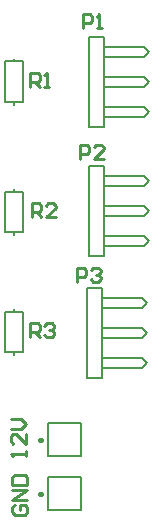
<source format=gto>
%FSTAX23Y23*%
%MOIN*%
%SFA1B1*%

%IPPOS*%
%ADD20C,0.010000*%
%ADD21C,0.008000*%
%ADD22C,0.010000*%
%LNspinn5power-1*%
%LPD*%
G54D20*
X00169Y003D02*
D01*
X00168Y003*
X00168Y003*
X00168Y00301*
X00168Y00301*
X00168Y00301*
X00168Y00302*
X00168Y00302*
X00168Y00302*
X00168Y00302*
X00167Y00303*
X00167Y00303*
X00167Y00303*
X00167Y00303*
X00166Y00304*
X00166Y00304*
X00166Y00304*
X00165Y00304*
X00165Y00304*
X00165Y00304*
X00164Y00304*
X00164Y00304*
X00164Y00304*
X00163*
X00163Y00304*
X00163Y00304*
X00162Y00304*
X00162Y00304*
X00162Y00304*
X00161Y00304*
X00161Y00304*
X00161Y00304*
X0016Y00303*
X0016Y00303*
X0016Y00303*
X0016Y00303*
X00159Y00302*
X00159Y00302*
X00159Y00302*
X00159Y00302*
X00159Y00301*
X00159Y00301*
X00159Y00301*
X00159Y003*
X00159Y003*
X00159Y003*
X00159Y00299*
X00159Y00299*
X00159Y00298*
X00159Y00298*
X00159Y00298*
X00159Y00297*
X00159Y00297*
X00159Y00297*
X00159Y00297*
X0016Y00296*
X0016Y00296*
X0016Y00296*
X0016Y00296*
X00161Y00295*
X00161Y00295*
X00161Y00295*
X00162Y00295*
X00162Y00295*
X00162Y00295*
X00163Y00295*
X00163Y00295*
X00163Y00295*
X00164*
X00164Y00295*
X00164Y00295*
X00165Y00295*
X00165Y00295*
X00165Y00295*
X00166Y00295*
X00166Y00295*
X00166Y00295*
X00167Y00296*
X00167Y00296*
X00167Y00296*
X00167Y00296*
X00168Y00297*
X00168Y00297*
X00168Y00297*
X00168Y00297*
X00168Y00298*
X00168Y00298*
X00168Y00298*
X00168Y00299*
X00168Y00299*
X00169Y003*
Y0048D02*
D01*
X00168Y0048*
X00168Y0048*
X00168Y00481*
X00168Y00481*
X00168Y00481*
X00168Y00482*
X00168Y00482*
X00168Y00482*
X00168Y00482*
X00167Y00483*
X00167Y00483*
X00167Y00483*
X00167Y00483*
X00166Y00484*
X00166Y00484*
X00166Y00484*
X00165Y00484*
X00165Y00484*
X00165Y00484*
X00164Y00484*
X00164Y00484*
X00164Y00484*
X00163*
X00163Y00484*
X00163Y00484*
X00162Y00484*
X00162Y00484*
X00162Y00484*
X00161Y00484*
X00161Y00484*
X00161Y00484*
X0016Y00483*
X0016Y00483*
X0016Y00483*
X0016Y00483*
X00159Y00482*
X00159Y00482*
X00159Y00482*
X00159Y00482*
X00159Y00481*
X00159Y00481*
X00159Y00481*
X00159Y0048*
X00159Y0048*
X00159Y0048*
X00159Y00479*
X00159Y00479*
X00159Y00478*
X00159Y00478*
X00159Y00478*
X00159Y00477*
X00159Y00477*
X00159Y00477*
X00159Y00477*
X0016Y00476*
X0016Y00476*
X0016Y00476*
X0016Y00476*
X00161Y00475*
X00161Y00475*
X00161Y00475*
X00162Y00475*
X00162Y00475*
X00162Y00475*
X00163Y00475*
X00163Y00475*
X00163Y00475*
X00164*
X00164Y00475*
X00164Y00475*
X00165Y00475*
X00165Y00475*
X00165Y00475*
X00166Y00475*
X00166Y00475*
X00166Y00475*
X00167Y00476*
X00167Y00476*
X00167Y00476*
X00167Y00476*
X00168Y00477*
X00168Y00477*
X00168Y00477*
X00168Y00477*
X00168Y00478*
X00168Y00478*
X00168Y00478*
X00168Y00479*
X00168Y00479*
X00169Y0048*
G54D21*
X00045Y00907D02*
X00075D01*
X00045Y00772D02*
Y00907D01*
X00105Y00772D02*
Y00907D01*
X00075D02*
X00105D01*
X00075Y00762D02*
Y00771D01*
Y00907D02*
Y00916D01*
X00045Y00772D02*
X00105D01*
X00045Y01307D02*
X00075D01*
X00045Y01172D02*
Y01307D01*
X00105Y01172D02*
Y01307D01*
X00075D02*
X00105D01*
X00075Y01162D02*
Y01171D01*
Y01307D02*
Y01316D01*
X00045Y01172D02*
X00105D01*
X00045Y01607D02*
X00105D01*
X00075Y01742D02*
Y01751D01*
Y01597D02*
Y01606D01*
Y01742D02*
X00105D01*
Y01607D02*
Y01742D01*
X00045Y01607D02*
Y01742D01*
X00075*
X0037Y00954D02*
X00503D01*
X0052Y00937*
X00503Y0092D02*
X0052Y00937D01*
X0037Y0092D02*
X00503D01*
X0037Y00854D02*
X00503D01*
X0052Y00837*
X00503Y0082D02*
X0052Y00837D01*
X0037Y0082D02*
X00503D01*
X0037Y00754D02*
X00503D01*
X0052Y00737*
X00503Y0072D02*
X0052Y00737D01*
X0037Y0072D02*
X00503D01*
X0032Y00687D02*
Y00987D01*
Y00687D02*
X0037D01*
X0032Y00987D02*
X0037D01*
Y00687D02*
Y00987D01*
X00375Y01359D02*
X00508D01*
X00525Y01342*
X00508Y01325D02*
X00525Y01342D01*
X00375Y01325D02*
X00508D01*
X00375Y01259D02*
X00508D01*
X00525Y01242*
X00508Y01225D02*
X00525Y01242D01*
X00375Y01225D02*
X00508D01*
X00375Y01159D02*
X00508D01*
X00525Y01142*
X00508Y01125D02*
X00525Y01142D01*
X00375Y01125D02*
X00508D01*
X00325Y01092D02*
Y01392D01*
Y01092D02*
X00375D01*
X00325Y01392D02*
X00375D01*
Y01092D02*
Y01392D01*
Y01522D02*
Y01822D01*
X00325D02*
X00375D01*
X00325Y01522D02*
X00375D01*
X00325D02*
Y01822D01*
X00375Y01555D02*
X00508D01*
X00525Y01572*
X00508Y01589D02*
X00525Y01572D01*
X00375Y01589D02*
X00508D01*
X00375Y01655D02*
X00508D01*
X00525Y01672*
X00508Y01689D02*
X00525Y01672D01*
X00375Y01689D02*
X00508D01*
X00375Y01755D02*
X00508D01*
X00525Y01772*
X00508Y01789D02*
X00525Y01772D01*
X00375Y01789D02*
X00508D01*
X0019Y00245D02*
Y00355D01*
X003D01*
Y00245D02*
Y00355D01*
X0019Y00245D02*
X003D01*
X0019Y00425D02*
Y00535D01*
X003D01*
Y00425D02*
Y00535D01*
X0019Y00425D02*
X003D01*
G54D22*
X0013Y00822D02*
Y00869D01*
X00154*
X00161Y00861*
Y00846*
X00154Y00838*
X0013*
X00146D02*
X00161Y00822D01*
X00177Y00861D02*
X00185Y00869D01*
X00201*
X00209Y00861*
Y00853*
X00201Y00846*
X00193*
X00201*
X00209Y00838*
Y0083*
X00201Y00822*
X00185*
X00177Y0083*
X00285Y01007D02*
Y01054D01*
X00309*
X00316Y01046*
Y01031*
X00309Y01023*
X00285*
X00332Y01046D02*
X0034Y01054D01*
X00356*
X00364Y01046*
Y01038*
X00356Y01031*
X00348*
X00356*
X00364Y01023*
Y01015*
X00356Y01007*
X0034*
X00332Y01015*
X00305Y01852D02*
Y01899D01*
X00329*
X00336Y01891*
Y01876*
X00329Y01868*
X00305*
X00352Y01852D02*
X00368D01*
X0036*
Y01899*
X00352Y01891*
X00295Y01417D02*
Y01464D01*
X00319*
X00326Y01456*
Y01441*
X00319Y01433*
X00295*
X00374Y01417D02*
X00342D01*
X00374Y01448*
Y01456*
X00366Y01464*
X0035*
X00342Y01456*
X0013Y01657D02*
Y01704D01*
X00154*
X00161Y01696*
Y01681*
X00154Y01673*
X0013*
X00146D02*
X00161Y01657D01*
X00177D02*
X00193D01*
X00185*
Y01704*
X00177Y01696*
X00135Y01222D02*
Y01269D01*
X00159*
X00166Y01261*
Y01246*
X00159Y01238*
X00135*
X00151D02*
X00166Y01222D01*
X00214D02*
X00182D01*
X00214Y01253*
Y01261*
X00206Y01269*
X0019*
X00182Y01261*
X00115Y00425D02*
Y00442D01*
Y00433*
X00065*
X00073Y00425*
X00115Y005D02*
Y00467D01*
X00082Y005*
X00073*
X00065Y00492*
Y00475*
X00073Y00467*
X00065Y00517D02*
X00098D01*
X00115Y00533*
X00098Y0055*
X00065*
X00078Y00263D02*
X0007Y00255D01*
Y00238*
X00078Y0023*
X00112*
X0012Y00238*
Y00255*
X00112Y00263*
X00095*
Y00247*
X0012Y0028D02*
X0007D01*
X0012Y00313*
X0007*
Y0033D02*
X0012D01*
Y00355*
X00112Y00363*
X00078*
X0007Y00355*
Y0033*
M02*
</source>
